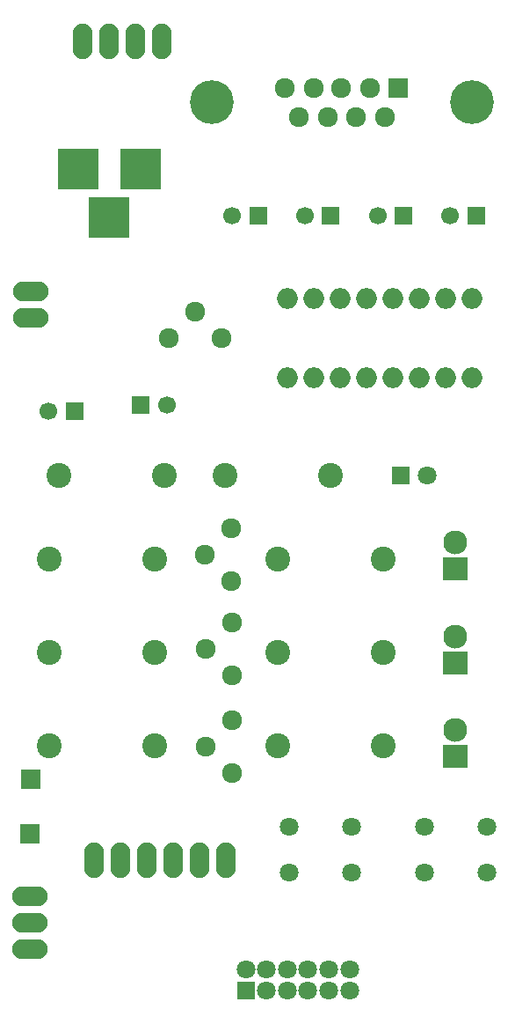
<source format=gbr>
G04 #@! TF.FileFunction,Soldermask,Top*
%FSLAX46Y46*%
G04 Gerber Fmt 4.6, Leading zero omitted, Abs format (unit mm)*
G04 Created by KiCad (PCBNEW 4.0.4+e1-6308~48~ubuntu16.04.1-stable) date Wed Sep 14 13:55:48 2016*
%MOMM*%
%LPD*%
G01*
G04 APERTURE LIST*
%ADD10C,0.100000*%
%ADD11R,1.700000X1.700000*%
%ADD12C,1.700000*%
%ADD13R,1.900000X1.900000*%
%ADD14O,2.000000X2.000000*%
%ADD15C,1.800000*%
%ADD16R,1.800000X1.800000*%
%ADD17C,4.210000*%
%ADD18R,1.924000X1.924000*%
%ADD19C,1.924000*%
%ADD20C,2.398980*%
%ADD21C,1.797000*%
%ADD22O,1.906220X3.414980*%
%ADD23O,3.414980X1.906220*%
%ADD24R,3.900120X3.900120*%
%ADD25R,2.400000X2.300000*%
%ADD26C,2.300000*%
%ADD27R,1.797000X1.797000*%
G04 APERTURE END LIST*
D10*
D11*
X163700000Y-88200000D03*
D12*
X166200000Y-88200000D03*
D11*
X157300000Y-88800000D03*
D12*
X154800000Y-88800000D03*
D11*
X189000000Y-70000000D03*
D12*
X186500000Y-70000000D03*
D11*
X182000000Y-70000000D03*
D12*
X179500000Y-70000000D03*
D11*
X196000000Y-70000000D03*
D12*
X193500000Y-70000000D03*
D11*
X175000000Y-70000000D03*
D12*
X172500000Y-70000000D03*
D13*
X153000000Y-129500000D03*
X153100000Y-124200000D03*
D14*
X195600000Y-78000000D03*
X193060000Y-78000000D03*
X190520000Y-78000000D03*
X187980000Y-78000000D03*
X185440000Y-78000000D03*
X182900000Y-78000000D03*
X180360000Y-78000000D03*
X177820000Y-78000000D03*
X177820000Y-85620000D03*
X180360000Y-85620000D03*
X182900000Y-85620000D03*
X185440000Y-85620000D03*
X187980000Y-85620000D03*
X190520000Y-85620000D03*
X193060000Y-85620000D03*
X195600000Y-85620000D03*
D15*
X177800000Y-144500000D03*
X175800000Y-144500000D03*
D16*
X173800000Y-144500000D03*
D15*
X179800000Y-144500000D03*
X181800000Y-144500000D03*
X183800000Y-144500000D03*
X183800000Y-142500000D03*
X181800000Y-142500000D03*
X179800000Y-142500000D03*
X177800000Y-142500000D03*
X175800000Y-142500000D03*
X173800000Y-142500000D03*
D17*
X170554000Y-59123000D03*
X195573000Y-59123000D03*
D18*
X188461000Y-57726000D03*
D19*
X185794000Y-57726000D03*
X183000000Y-57726000D03*
X180333000Y-57726000D03*
X177539000Y-57726000D03*
X187191000Y-60520000D03*
X184397000Y-60520000D03*
X181730000Y-60520000D03*
X178936000Y-60520000D03*
D20*
X182000000Y-95000000D03*
X171840000Y-95000000D03*
X187000000Y-103000000D03*
X176840000Y-103000000D03*
X165000000Y-112000000D03*
X154840000Y-112000000D03*
X187000000Y-112000000D03*
X176840000Y-112000000D03*
X165000000Y-121000000D03*
X154840000Y-121000000D03*
X187000000Y-121000000D03*
X176840000Y-121000000D03*
D21*
X184000000Y-128800000D03*
X184000000Y-133200000D03*
X178000000Y-128800000D03*
X178000000Y-133200000D03*
X197000000Y-128800000D03*
X197000000Y-133200000D03*
X191000000Y-128800000D03*
X191000000Y-133200000D03*
D22*
X159150000Y-132000000D03*
X161690000Y-132000000D03*
X164230000Y-132000000D03*
X166770000Y-132000000D03*
X169310000Y-132000000D03*
X171850000Y-132000000D03*
D23*
X153000000Y-135460000D03*
X153000000Y-138000000D03*
X153000000Y-140540000D03*
D22*
X158090000Y-53300000D03*
X165710000Y-53300000D03*
X163170000Y-53300000D03*
X160630000Y-53300000D03*
D24*
X163640140Y-65520000D03*
X157640660Y-65520000D03*
X160640400Y-70219000D03*
D25*
X194000000Y-104000000D03*
D26*
X194000000Y-101460000D03*
D25*
X194000000Y-113000000D03*
D26*
X194000000Y-110460000D03*
D25*
X194000000Y-122000000D03*
D26*
X194000000Y-119460000D03*
D27*
X188730000Y-95000000D03*
D21*
X191270000Y-95000000D03*
D20*
X166000000Y-95000000D03*
X155840000Y-95000000D03*
X165000000Y-103000000D03*
X154840000Y-103000000D03*
D23*
X153100000Y-77330000D03*
X153100000Y-79870000D03*
D19*
X168940000Y-79260000D03*
X171480000Y-81800000D03*
X166400000Y-81800000D03*
X169860000Y-102660000D03*
X172400000Y-100120000D03*
X172400000Y-105200000D03*
X169960000Y-111660000D03*
X172500000Y-109120000D03*
X172500000Y-114200000D03*
X169960000Y-121060000D03*
X172500000Y-118520000D03*
X172500000Y-123600000D03*
M02*

</source>
